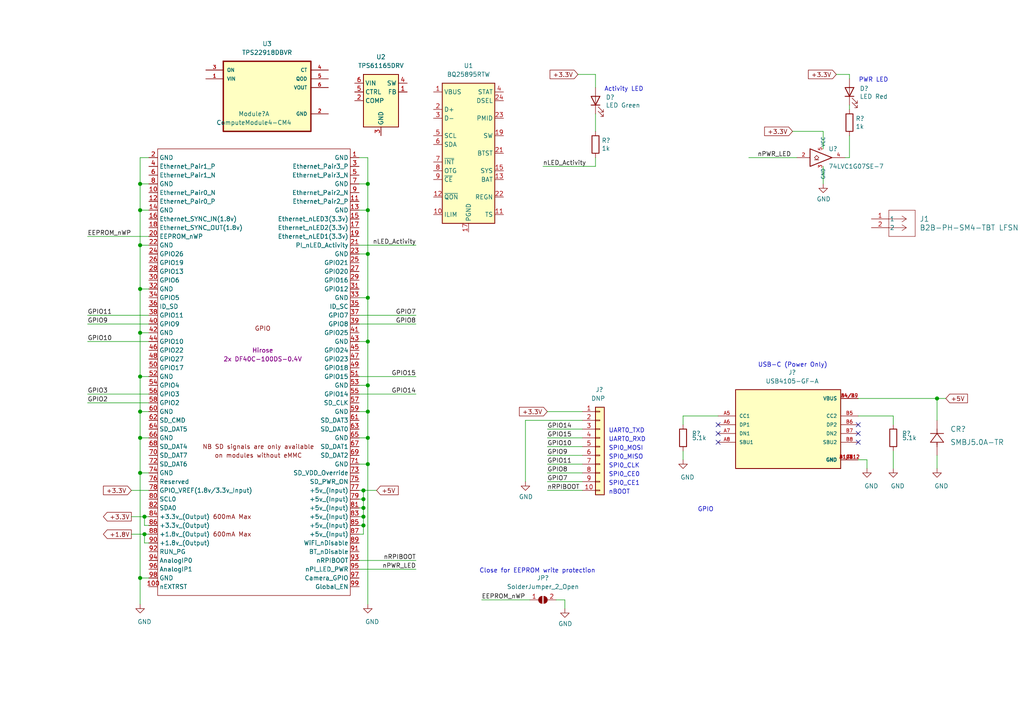
<source format=kicad_sch>
(kicad_sch (version 20250114) (generator "eeschema") (generator_version "9.0")
  (paper "A4")
  (title_block (title "Raspberry Pi Compute Module 4 Demo Carrier") (date "2025-08-18") (rev "v01") (comment 2 "creativecommons.org/licenses/by-sa/4.0") (comment 3 "License: CC BY-SA 4.0") (comment 4 "Author: Nate Frueh"))
  (lib_symbols
    (symbol "2020-11-06_22-01-36:SMBJ5.0A-TR" (pin_numbers (hide yes)) (pin_names (offset -1.651) (hide yes))
      (property "Reference" "CR" (at 5.08 4.445 0))
      (property "Value" "SMBJ5.0A-TR" (at 5.08 -7.62 0))
      (symbol "SMBJ5.0A-TR_1_1"
        (polyline (pts (xy 2.54 0) (xy 3.4798 0)) (stroke (width 0.2032)))
        (polyline (pts (xy 3.175 0) (xy 3.81 0)) (stroke (width 0.2032)))
        (polyline (pts (xy 3.81 1.905) (xy 3.81 -1.905)) (stroke (width 0.2032)))
        (polyline (pts (xy 3.81 -1.905) (xy 6.35 0)) (stroke (width 0.2032)))
        (polyline (pts (xy 6.35 0) (xy 3.81 1.905)) (stroke (width 0.2032)))
        (polyline (pts (xy 6.35 0) (xy 7.62 0)) (stroke (width 0.2032)))
        (polyline (pts (xy 6.35 -1.905) (xy 6.35 1.905)) (stroke (width 0.2032)))
        (pin unspecified line (at 0 0 0) (length 2.54) (name "2") (number "2"))
        (pin unspecified line (at 10.16 0 180) (length 2.54) (name "1") (number "1"))
      )
    )
    (symbol "2025-09-03_03-18-58:B2B-PH-SM4-TBT_LFSN" (pin_names (offset 0.254))
      (property "Reference" "J" (at 8.89 6.35 0))
      (property "Value" "B2B-PH-SM4-TBT LFSN" (at 0 0 0))
      (symbol "B2B-PH-SM4-TBT_LFSN_1_1"
        (polyline (pts (xy 5.08 2.54) (xy 5.08 -5.08)) (stroke (width 0.127)))
        (polyline (pts (xy 5.08 -5.08) (xy 12.7 -5.08)) (stroke (width 0.127)))
        (polyline (pts (xy 10.16 0) (xy 5.08 0)) (stroke (width 0.127)))
        (polyline (pts (xy 10.16 0) (xy 8.89 0.8467)) (stroke (width 0.127)))
        (polyline (pts (xy 10.16 0) (xy 8.89 -0.8467)) (stroke (width 0.127)))
        (polyline (pts (xy 10.16 -2.54) (xy 5.08 -2.54)) (stroke (width 0.127)))
        (polyline (pts (xy 10.16 -2.54) (xy 8.89 -1.6933)) (stroke (width 0.127)))
        (polyline (pts (xy 10.16 -2.54) (xy 8.89 -3.3867)) (stroke (width 0.127)))
        (polyline (pts (xy 12.7 2.54) (xy 5.08 2.54)) (stroke (width 0.127)))
        (polyline (pts (xy 12.7 -5.08) (xy 12.7 2.54)) (stroke (width 0.127)))
        (pin unspecified line (at 0 0 0) (length 5.08) (name "1") (number "1"))
        (pin unspecified line (at 0 -2.54 0) (length 5.08) (name "2") (number "2"))
      )
      (symbol "B2B-PH-SM4-TBT_LFSN_1_2"
        (polyline (pts (xy 5.08 2.54) (xy 5.08 -5.08)) (stroke (width 0.127)))
        (polyline (pts (xy 5.08 -5.08) (xy 12.7 -5.08)) (stroke (width 0.127)))
        (polyline (pts (xy 7.62 0) (xy 5.08 0)) (stroke (width 0.127)))
        (polyline (pts (xy 7.62 0) (xy 8.89 0.8467)) (stroke (width 0.127)))
        (polyline (pts (xy 7.62 0) (xy 8.89 -0.8467)) (stroke (width 0.127)))
        (polyline (pts (xy 7.62 -2.54) (xy 5.08 -2.54)) (stroke (width 0.127)))
        (polyline (pts (xy 7.62 -2.54) (xy 8.89 -1.6933)) (stroke (width 0.127)))
        (polyline (pts (xy 7.62 -2.54) (xy 8.89 -3.3867)) (stroke (width 0.127)))
        (polyline (pts (xy 12.7 2.54) (xy 5.08 2.54)) (stroke (width 0.127)))
        (polyline (pts (xy 12.7 -5.08) (xy 12.7 2.54)) (stroke (width 0.127)))
        (pin unspecified line (at 0 0 0) (length 5.08) (name "1") (number "1"))
        (pin unspecified line (at 0 -2.54 0) (length 5.08) (name "2") (number "2"))
      )
    )
    (symbol "Battery_Management:BQ25895RTW"
      (property "Reference" "U" (at -6.604 21.844 0))
      (property "Value" "BQ25895RTW" (at 3.556 21.844 0))
      (symbol "BQ25895RTW_0_1"
        (rectangle (start -7.62 20.32) (end 7.62 -20.32) (stroke (width 0.254)) (fill (type background)))
      )
      (symbol "BQ25895RTW_1_1"
        (pin power_in line (at -10.16 17.78 0) (length 2.54) (name "VBUS") (number "1"))
        (pin bidirectional line (at -10.16 12.7 0) (length 2.54) (name "D+") (number "2"))
        (pin bidirectional line (at -10.16 10.16 0) (length 2.54) (name "D-") (number "3"))
        (pin input line (at -10.16 5.08 0) (length 2.54) (name "SCL") (number "5"))
        (pin bidirectional line (at -10.16 2.54 0) (length 2.54) (name "SDA") (number "6"))
        (pin open_collector line (at -10.16 -2.54 0) (length 2.54) (name "~{INT}") (number "7"))
        (pin input line (at -10.16 -5.08 0) (length 2.54) (name "OTG") (number "8"))
        (pin input line (at -10.16 -7.62 0) (length 2.54) (name "~{CE}") (number "9"))
        (pin input line (at -10.16 -12.7 0) (length 2.54) (name "~{QON}") (number "12"))
        (pin passive line (at -10.16 -17.78 0) (length 2.54) (name "ILIM") (number "10"))
        (pin power_in line (at 0 -22.86 90) (length 2.54) (name "PGND") (number "17"))
        (pin passive line (at 0 -22.86 90) (length 2.54) (hide yes) (name "PGND") (number "18"))
        (pin passive line (at 0 -22.86 90) (length 2.54) (hide yes) (name "PGND") (number "25"))
        (pin open_collector line (at 10.16 17.78 180) (length 2.54) (name "STAT") (number "4"))
        (pin open_collector line (at 10.16 15.24 180) (length 2.54) (name "DSEL") (number "24"))
        (pin power_out line (at 10.16 10.16 180) (length 2.54) (name "PMID") (number "23"))
        (pin power_out line (at 10.16 5.08 180) (length 2.54) (name "SW") (number "19"))
        (pin passive line (at 10.16 5.08 180) (length 2.54) (hide yes) (name "SW") (number "20"))
        (pin passive line (at 10.16 0 180) (length 2.54) (name "BTST") (number "21"))
        (pin passive line (at 10.16 -5.08 180) (length 2.54) (name "SYS") (number "15"))
        (pin passive line (at 10.16 -5.08 180) (length 2.54) (hide yes) (name "SYS") (number "16"))
        (pin passive line (at 10.16 -7.62 180) (length 2.54) (name "BAT") (number "13"))
        (pin passive line (at 10.16 -7.62 180) (length 2.54) (hide yes) (name "BAT") (number "14"))
        (pin power_out line (at 10.16 -12.7 180) (length 2.54) (name "REGN") (number "22"))
        (pin passive line (at 10.16 -17.78 180) (length 2.54) (name "TS") (number "11"))
      )
    )
    (symbol "CM4IO:74LVC1G07_copy"
      (property "Reference" "U" (at -2.54 3.81 0))
      (property "Value" "74LVC1G07_copy" (at 0 -3.81 0))
      (symbol "74LVC1G07_copy_0_1"
        (polyline (pts (xy -3.81 2.54) (xy -3.81 -2.54) (xy 2.54 0) (xy -3.81 2.54)) (stroke (width 0.254)))
        (polyline (pts (xy -2.54 -0.635) (xy -1.27 -0.635)))
        (polyline (pts (xy -1.905 0.635) (xy -2.54 0) (xy -1.905 -0.635) (xy -1.27 0) (xy -1.905 0.635)))
      )
      (symbol "74LVC1G07_copy_1_1"
        (pin input line (at -7.62 0 0) (length 3.81) (name "~") (number "2"))
        (pin power_in line (at 0 2.54 90) (length 0) (name "VCC") (number "5"))
        (pin power_in line (at 0 -2.54 270) (length 0) (name "GND") (number "3"))
        (pin open_collector line (at 6.35 0 180) (length 3.81) (name "~") (number "4"))
      )
    )
    (symbol "CM4IO:ComputeModule4-CM4"
      (property "Reference" "Module" (at 113.03 -68.58 0))
      (property "Value" "ComputeModule4-CM4" (at 140.97 2.54 0))
      (property "Manufacturer" "Hirose" (at 0 0 0))
      (property "MPN" "2x DF40C-100DS-0.4V" (at 0 -2.54 0))
      (property "MPN (Alt)" "2x DF40HC(3.0)-100DS-0.4V" (at 0 0 0))
      (symbol "ComputeModule4-CM4_1_0"
        (text "GPIO" (at 0 6.35 0) (effects (font (size 1.27 1.27))))
      )
      (symbol "ComputeModule4-CM4_1_1"
        (rectangle (start -30.48 -71.12) (end 25.4 58.42))
        (text "600mA Max" (at -8.89 -48.26 0) (effects (font (size 1.27 1.27))))
        (text "600mA Max" (at -8.89 -53.34 0) (effects (font (size 1.27 1.27))))
        (text "NB SD signals are only available" (at -1.27 -27.94 0) (effects (font (size 1.27 1.27))))
        (text "on modules without eMMC" (at -1.27 -30.48 0) (effects (font (size 1.27 1.27))))
        (pin power_in line (at -33.02 55.88 0) (length 2.54) (name "GND") (number "2"))
        (pin passive line (at -33.02 53.34 0) (length 2.54) (name "Ethernet_Pair1_P") (number "4"))
        (pin passive line (at -33.02 50.8 0) (length 2.54) (name "Ethernet_Pair1_N") (number "6"))
        (pin power_in line (at -33.02 48.26 0) (length 2.54) (name "GND") (number "8"))
        (pin passive line (at -33.02 45.72 0) (length 2.54) (name "Ethernet_Pair0_N") (number "10"))
        (pin passive line (at -33.02 43.18 0) (length 2.54) (name "Ethernet_Pair0_P") (number "12"))
        (pin power_in line (at -33.02 40.64 0) (length 2.54) (name "GND") (number "14"))
        (pin input line (at -33.02 38.1 0) (length 2.54) (name "Ethernet_SYNC_IN(1.8v)") (number "16"))
        (pin input line (at -33.02 35.56 0) (length 2.54) (name "Ethernet_SYNC_OUT(1.8v)") (number "18"))
        (pin passive line (at -33.02 33.02 0) (length 2.54) (name "EEPROM_nWP") (number "20"))
        (pin power_in line (at -33.02 30.48 0) (length 2.54) (name "GND") (number "22"))
        (pin passive line (at -33.02 27.94 0) (length 2.54) (name "GPIO26") (number "24"))
        (pin passive line (at -33.02 25.4 0) (length 2.54) (name "GPIO19") (number "26"))
        (pin passive line (at -33.02 22.86 0) (length 2.54) (name "GPIO13") (number "28"))
        (pin passive line (at -33.02 20.32 0) (length 2.54) (name "GPIO6") (number "30"))
        (pin power_in line (at -33.02 17.78 0) (length 2.54) (name "GND") (number "32"))
        (pin passive line (at -33.02 15.24 0) (length 2.54) (name "GPIO5") (number "34"))
        (pin passive line (at -33.02 12.7 0) (length 2.54) (name "ID_SD") (number "36"))
        (pin passive line (at -33.02 10.16 0) (length 2.54) (name "GPIO11") (number "38"))
        (pin passive line (at -33.02 7.62 0) (length 2.54) (name "GPIO9") (number "40"))
        (pin power_in line (at -33.02 5.08 0) (length 2.54) (name "GND") (number "42"))
        (pin passive line (at -33.02 2.54 0) (length 2.54) (name "GPIO10") (number "44"))
        (pin passive line (at -33.02 0 0) (length 2.54) (name "GPIO22") (number "46"))
        (pin passive line (at -33.02 -2.54 0) (length 2.54) (name "GPIO27") (number "48"))
        (pin passive line (at -33.02 -5.08 0) (length 2.54) (name "GPIO17") (number "50"))
        (pin power_in line (at -33.02 -7.62 0) (length 2.54) (name "GND") (number "52"))
        (pin passive line (at -33.02 -10.16 0) (length 2.54) (name "GPIO4") (number "54"))
        (pin passive line (at -33.02 -12.7 0) (length 2.54) (name "GPIO3") (number "56"))
        (pin passive line (at -33.02 -15.24 0) (length 2.54) (name "GPIO2") (number "58"))
        (pin power_in line (at -33.02 -17.78 0) (length 2.54) (name "GND") (number "60"))
        (pin passive line (at -33.02 -20.32 0) (length 2.54) (name "SD_CMD") (number "62"))
        (pin passive line (at -33.02 -22.86 0) (length 2.54) (name "SD_DAT5") (number "64"))
        (pin power_in line (at -33.02 -25.4 0) (length 2.54) (name "GND") (number "66"))
        (pin passive line (at -33.02 -27.94 0) (length 2.54) (name "SD_DAT4") (number "68"))
        (pin passive line (at -33.02 -30.48 0) (length 2.54) (name "SD_DAT7") (number "70"))
        (pin passive line (at -33.02 -33.02 0) (length 2.54) (name "SD_DAT6") (number "72"))
        (pin power_in line (at -33.02 -35.56 0) (length 2.54) (name "GND") (number "74"))
        (pin passive line (at -33.02 -38.1 0) (length 2.54) (name "Reserved") (number "76"))
        (pin power_in line (at -33.02 -40.64 0) (length 2.54) (name "GPIO_VREF(1.8v/3.3v_Input)") (number "78"))
        (pin passive line (at -33.02 -43.18 0) (length 2.54) (name "SCL0") (number "80"))
        (pin passive line (at -33.02 -45.72 0) (length 2.54) (name "SDA0") (number "82"))
        (pin power_out line (at -33.02 -48.26 0) (length 2.54) (name "+3.3v_(Output)") (number "84"))
        (pin power_out line (at -33.02 -50.8 0) (length 2.54) (name "+3.3v_(Output)") (number "86"))
        (pin power_out line (at -33.02 -53.34 0) (length 2.54) (name "+1.8v_(Output)") (number "88"))
        (pin power_out line (at -33.02 -55.88 0) (length 2.54) (name "+1.8v_(Output)") (number "90"))
        (pin passive line (at -33.02 -58.42 0) (length 2.54) (name "RUN_PG") (number "92"))
        (pin passive line (at -33.02 -60.96 0) (length 2.54) (name "AnalogIP0") (number "94"))
        (pin passive line (at -33.02 -63.5 0) (length 2.54) (name "AnalogIP1") (number "96"))
        (pin power_in line (at -33.02 -66.04 0) (length 2.54) (name "GND") (number "98"))
        (pin output line (at -33.02 -68.58 0) (length 2.54) (name "nEXTRST") (number "100"))
        (pin power_in line (at 27.94 55.88 180) (length 2.54) (name "GND") (number "1"))
        (pin passive line (at 27.94 53.34 180) (length 2.54) (name "Ethernet_Pair3_P") (number "3"))
        (pin passive line (at 27.94 50.8 180) (length 2.54) (name "Ethernet_Pair3_N") (number "5"))
        (pin power_in line (at 27.94 48.26 180) (length 2.54) (name "GND") (number "7"))
        (pin passive line (at 27.94 45.72 180) (length 2.54) (name "Ethernet_Pair2_N") (number "9"))
        (pin passive line (at 27.94 43.18 180) (length 2.54) (name "Ethernet_Pair2_P") (number "11"))
        (pin power_in line (at 27.94 40.64 180) (length 2.54) (name "GND") (number "13"))
        (pin output line (at 27.94 38.1 180) (length 2.54) (name "Ethernet_nLED3(3.3v)") (number "15"))
        (pin output line (at 27.94 35.56 180) (length 2.54) (name "Ethernet_nLED2(3.3v)") (number "17"))
        (pin output line (at 27.94 33.02 180) (length 2.54) (name "Ethernet_nLED1(3.3v)") (number "19"))
        (pin open_collector line (at 27.94 30.48 180) (length 2.54) (name "PI_nLED_Activity") (number "21"))
        (pin power_in line (at 27.94 27.94 180) (length 2.54) (name "GND") (number "23"))
        (pin passive line (at 27.94 25.4 180) (length 2.54) (name "GPIO21") (number "25"))
        (pin passive line (at 27.94 22.86 180) (length 2.54) (name "GPIO20") (number "27"))
        (pin passive line (at 27.94 20.32 180) (length 2.54) (name "GPIO16") (number "29"))
        (pin passive line (at 27.94 17.78 180) (length 2.54) (name "GPIO12") (number "31"))
        (pin power_in line (at 27.94 15.24 180) (length 2.54) (name "GND") (number "33"))
        (pin passive line (at 27.94 12.7 180) (length 2.54) (name "ID_SC") (number "35"))
        (pin passive line (at 27.94 10.16 180) (length 2.54) (name "GPIO7") (number "37"))
        (pin passive line (at 27.94 7.62 180) (length 2.54) (name "GPIO8") (number "39"))
        (pin passive line (at 27.94 5.08 180) (length 2.54) (name "GPIO25") (number "41"))
        (pin power_in line (at 27.94 2.54 180) (length 2.54) (name "GND") (number "43"))
        (pin passive line (at 27.94 0 180) (length 2.54) (name "GPIO24") (number "45"))
        (pin passive line (at 27.94 -2.54 180) (length 2.54) (name "GPIO23") (number "47"))
        (pin passive line (at 27.94 -5.08 180) (length 2.54) (name "GPIO18") (number "49"))
        (pin passive line (at 27.94 -7.62 180) (length 2.54) (name "GPIO15") (number "51"))
        (pin power_in line (at 27.94 -10.16 180) (length 2.54) (name "GND") (number "53"))
        (pin passive line (at 27.94 -12.7 180) (length 2.54) (name "GPIO14") (number "55"))
        (pin passive line (at 27.94 -15.24 180) (length 2.54) (name "SD_CLK") (number "57"))
        (pin power_in line (at 27.94 -17.78 180) (length 2.54) (name "GND") (number "59"))
        (pin passive line (at 27.94 -20.32 180) (length 2.54) (name "SD_DAT3") (number "61"))
        (pin passive line (at 27.94 -22.86 180) (length 2.54) (name "SD_DAT0") (number "63"))
        (pin power_in line (at 27.94 -25.4 180) (length 2.54) (name "GND") (number "65"))
        (pin passive line (at 27.94 -27.94 180) (length 2.54) (name "SD_DAT1") (number "67"))
        (pin passive line (at 27.94 -30.48 180) (length 2.54) (name "SD_DAT2") (number "69"))
        (pin power_in line (at 27.94 -33.02 180) (length 2.54) (name "GND") (number "71"))
        (pin input line (at 27.94 -35.56 180) (length 2.54) (name "SD_VDD_Override") (number "73"))
        (pin output line (at 27.94 -38.1 180) (length 2.54) (name "SD_PWR_ON") (number "75"))
        (pin power_in line (at 27.94 -40.64 180) (length 2.54) (name "+5v_(Input)") (number "77"))
        (pin power_in line (at 27.94 -43.18 180) (length 2.54) (name "+5v_(Input)") (number "79"))
        (pin power_in line (at 27.94 -45.72 180) (length 2.54) (name "+5v_(Input)") (number "81"))
        (pin power_in line (at 27.94 -48.26 180) (length 2.54) (name "+5v_(Input)") (number "83"))
        (pin power_in line (at 27.94 -50.8 180) (length 2.54) (name "+5v_(Input)") (number "85"))
        (pin power_in line (at 27.94 -53.34 180) (length 2.54) (name "+5v_(Input)") (number "87"))
        (pin power_in line (at 27.94 -55.88 180) (length 2.54) (name "WiFi_nDisable") (number "89"))
        (pin power_in line (at 27.94 -58.42 180) (length 2.54) (name "BT_nDisable") (number "91"))
        (pin input line (at 27.94 -60.96 180) (length 2.54) (name "nRPIBOOT") (number "93"))
        (pin output line (at 27.94 -63.5 180) (length 2.54) (name "nPI_LED_PWR") (number "95"))
        (pin passive line (at 27.94 -66.04 180) (length 2.54) (name "Camera_GPIO") (number "97"))
        (pin input line (at 27.94 -68.58 180) (length 2.54) (name "Global_EN") (number "99"))
      )
      (symbol "ComputeModule4-CM4_2_1"
        (rectangle (start 114.3 -66.04) (end 165.1 63.5))
        (text "High Speed Serial" (at 140.97 0 0) (effects (font (size 1.27 1.27))))
        (pin input line (at 109.22 60.96 0) (length 5.08) (name "PCIe_CLK_nREQ") (number "102"))
        (pin passive line (at 109.22 58.42 0) (length 5.08) (name "Reserved") (number "104"))
        (pin passive line (at 109.22 55.88 0) (length 5.08) (name "Reserved") (number "106"))
        (pin power_in line (at 109.22 53.34 0) (length 5.08) (name "GND") (number "108"))
        (pin output line (at 109.22 50.8 0) (length 5.08) (name "PCIe_CLK_P") (number "110"))
        (pin output line (at 109.22 48.26 0) (length 5.08) (name "PCIe_CLK_N") (number "112"))
        (pin power_in line (at 109.22 45.72 0) (length 5.08) (name "GND") (number "114"))
        (pin input line (at 109.22 43.18 0) (length 5.08) (name "PCIe_RX_P") (number "116"))
        (pin input line (at 109.22 40.64 0) (length 5.08) (name "PCIe_RX_N") (number "118"))
        (pin power_in line (at 109.22 38.1 0) (length 5.08) (name "GND") (number "120"))
        (pin output line (at 109.22 35.56 0) (length 5.08) (name "PCIe_TX_P") (number "122"))
        (pin output line (at 109.22 33.02 0) (length 5.08) (name "PCIe_TX_N") (number "124"))
        (pin power_in line (at 109.22 30.48 0) (length 5.08) (name "GND") (number "126"))
        (pin input line (at 109.22 27.94 0) (length 5.08) (name "CAM0_D0_N") (number "128"))
        (pin input line (at 109.22 25.4 0) (length 5.08) (name "CAM0_D0_P") (number "130"))
        (pin power_in line (at 109.22 22.86 0) (length 5.08) (name "GND") (number "132"))
        (pin input line (at 109.22 20.32 0) (length 5.08) (name "CAM0_D1_N") (number "134"))
        (pin input line (at 109.22 17.78 0) (length 5.08) (name "CAM0_D1_P") (number "136"))
        (pin power_in line (at 109.22 15.24 0) (length 5.08) (name "GND") (number "138"))
        (pin input line (at 109.22 12.7 0) (length 5.08) (name "CAM0_C_N") (number "140"))
        (pin input line (at 109.22 10.16 0) (length 5.08) (name "CAM0_C_P") (number "142"))
        (pin power_in line (at 109.22 7.62 0) (length 5.08) (name "GND") (number "144"))
        (pin output line (at 109.22 5.08 0) (length 5.08) (name "HDMI1_TX2_P") (number "146"))
        (pin output line (at 109.22 2.54 0) (length 5.08) (name "HDMI1_TX2_N") (number "148"))
        (pin power_in line (at 109.22 0 0) (length 5.08) (name "GND") (number "150"))
        (pin output line (at 109.22 -2.54 0) (length 5.08) (name "HDMI1_TX1_P") (number "152"))
        (pin output line (at 109.22 -5.08 0) (length 5.08) (name "HDMI1_TX1_N") (number "154"))
        (pin power_in line (at 109.22 -7.62 0) (length 5.08) (name "GND") (number "156"))
        (pin output line (at 109.22 -10.16 0) (length 5.08) (name "HDMI1_TX0_P") (number "158"))
        (pin output line (at 109.22 -12.7 0) (length 5.08) (name "HDMI1_TX0_N") (number "160"))
        (pin power_in line (at 109.22 -15.24 0) (length 5.08) (name "GND") (number "162"))
        (pin output line (at 109.22 -17.78 0) (length 5.08) (name "HDMI1_CLK_P") (number "164"))
        (pin output line (at 109.22 -20.32 0) (length 5.08) (name "HDMI1_CLK_N") (number "166"))
        (pin power_in line (at 109.22 -22.86 0) (length 5.08) (name "GND") (number "168"))
        (pin output line (at 109.22 -25.4 0) (length 5.08) (name "HDMI0_TX2_P") (number "170"))
        (pin output line (at 109.22 -27.94 0) (length 5.08) (name "HDMI0_TX2_N") (number "172"))
        (pin power_in line (at 109.22 -30.48 0) (length 5.08) (name "GND") (number "174"))
        (pin output line (at 109.22 -33.02 0) (length 5.08) (name "HDMI0_TX1_P") (number "176"))
        (pin output line (at 109.22 -35.56 0) (length 5.08) (name "HDMI0_TX1_N") (number "178"))
        (pin power_in line (at 109.22 -38.1 0) (length 5.08) (name "GND") (number "180"))
        (pin output line (at 109.22 -40.64 0) (length 5.08) (name "HDMI0_TX0_P") (number "182"))
        (pin output line (at 109.22 -43.18 0) (length 5.08) (name "HDMI0_TX0_N") (number "184"))
        (pin power_in line (at 109.22 -45.72 0) (length 5.08) (name "GND") (number "186"))
        (pin output line (at 109.22 -48.26 0) (length 5.08) (name "HDMI0_CLK_P") (number "188"))
        (pin output line (at 109.22 -50.8 0) (length 5.08) (name "HDMI0_CLK_N") (number "190"))
        (pin power_in line (at 109.22 -53.34 0) (length 5.08) (name "GND") (number "192"))
        (pin output line (at 109.22 -55.88 0) (length 5.08) (name "DSI1_D3_N") (number "194"))
        (pin output line (at 109.22 -58.42 0) (length 5.08) (name "DSI1_D3_P") (number "196"))
        (pin power_in line (at 109.22 -60.96 0) (length 5.08) (name "GND") (number "198"))
        (pin open_collector line (at 109.22 -63.5 0) (length 5.08) (name "HDMI0_SCL") (number "200"))
        (pin input line (at 170.18 60.96 180) (length 5.08) (name "USB_OTG_ID") (number "101"))
        (pin passive line (at 170.18 58.42 180) (length 5.08) (name "USB2_N") (number "103"))
        (pin passive line (at 170.18 55.88 180) (length 5.08) (name "USB2_P") (number "105"))
        (pin power_in line (at 170.18 53.34 180) (length 5.08) (name "GND") (number "107"))
        (pin bidirectional line (at 170.18 50.8 180) (length 5.08) (name "PCIe_nRST") (number "109"))
        (pin passive line (at 170.18 48.26 180) (length 5.08) (name "VDAC_COMP") (number "111"))
        (pin power_in line (at 170.18 45.72 180) (length 5.08) (name "GND") (number "113"))
        (pin input line (at 170.18 43.18 180) (length 5.08) (name "CAM1_D0_N") (number "115"))
        (pin input line (at 170.18 40.64 180) (length 5.08) (name "CAM1_D0_P") (number "117"))
        (pin power_in line (at 170.18 38.1 180) (length 5.08) (name "GND") (number "119"))
        (pin input line (at 170.18 35.56 180) (length 5.08) (name "CAM1_D1_N") (number "121"))
        (pin input line (at 170.18 33.02 180) (length 5.08) (name "CAM1_D1_P") (number "123"))
        (pin power_in line (at 170.18 30.48 180) (length 5.08) (name "GND") (number "125"))
        (pin input line (at 170.18 27.94 180) (length 5.08) (name "CAM1_C_N") (number "127"))
        (pin input line (at 170.18 25.4 180) (length 5.08) (name "CAM1_C_P") (number "129"))
        (pin power_in line (at 170.18 22.86 180) (length 5.08) (name "GND") (number "131"))
        (pin input line (at 170.18 20.32 180) (length 5.08) (name "CAM1_D2_N") (number "133"))
        (pin input line (at 170.18 17.78 180) (length 5.08) (name "CAM1_D2_P") (number "135"))
        (pin power_in line (at 170.18 15.24 180) (length 5.08) (name "GND") (number "137"))
        (pin input line (at 170.18 12.7 180) (length 5.08) (name "CAM1_D3_N") (number "139"))
        (pin input line (at 170.18 10.16 180) (length 5.08) (name "CAM1_D3_P") (number "141"))
        (pin input line (at 170.18 7.62 180) (length 5.08) (name "HDMI1_HOTPLUG") (number "143"))
        (pin bidirectional line (at 170.18 5.08 180) (length 5.08) (name "HDMI1_SDA") (number "145"))
        (pin open_collector line (at 170.18 2.54 180) (length 5.08) (name "HDMI1_SCL") (number "147"))
        (pin open_collector line (at 170.18 0 180) (length 5.08) (name "HDMI1_CEC") (number "149"))
        (pin open_collector line (at 170.18 -2.54 180) (length 5.08) (name "HDMI0_CEC") (number "151"))
        (pin input line (at 170.18 -5.08 180) (length 5.08) (name "HDMI0_HOTPLUG") (number "153"))
        (pin power_in line (at 170.18 -7.62 180) (length 5.08) (name "GND") (number "155"))
        (pin output line (at 170.18 -10.16 180) (length 5.08) (name "DSI0_D0_N") (number "157"))
        (pin output line (at 170.18 -12.7 180) (length 5.08) (name "DSI0_D0_P") (number "159"))
        (pin power_in line (at 170.18 -15.24 180) (length 5.08) (name "GND") (number "161"))
        (pin output line (at 170.18 -17.78 180) (length 5.08) (name "DSI0_D1_N") (number "163"))
        (pin output line (at 170.18 -20.32 180) (length 5.08) (name "DSI0_D1_P") (number "165"))
        (pin power_in line (at 170.18 -22.86 180) (length 5.08) (name "GND") (number "167"))
        (pin output line (at 170.18 -25.4 180) (length 5.08) (name "DSI0_C_N") (number "169"))
        (pin output line (at 170.18 -27.94 180) (length 5.08) (name "DSI0_C_P") (number "171"))
        (pin power_in line (at 170.18 -30.48 180) (length 5.08) (name "GND") (number "173"))
        (pin output line (at 170.18 -33.02 180) (length 5.08) (name "DSI1_D0_N") (number "175"))
        (pin output line (at 170.18 -35.56 180) (length 5.08) (name "DSI1_D0_P") (number "177"))
        (pin power_in line (at 170.18 -38.1 180) (length 5.08) (name "GND") (number "179"))
        (pin output line (at 170.18 -40.64 180) (length 5.08) (name "DSI1_D1_N") (number "181"))
        (pin output line (at 170.18 -43.18 180) (length 5.08) (name "DSI1_D1_P") (number "183"))
        (pin power_in line (at 170.18 -45.72 180) (length 5.08) (name "GND") (number "185"))
        (pin output line (at 170.18 -48.26 180) (length 5.08) (name "DSI1_C_N") (number "187"))
        (pin output line (at 170.18 -50.8 180) (length 5.08) (name "DSI1_C_P") (number "189"))
        (pin power_in line (at 170.18 -53.34 180) (length 5.08) (name "GND") (number "191"))
        (pin output line (at 170.18 -55.88 180) (length 5.08) (name "DSI1_D2_N") (number "193"))
        (pin output line (at 170.18 -58.42 180) (length 5.08) (name "DSI1_D2_P") (number "195"))
        (pin power_in line (at 170.18 -60.96 180) (length 5.08) (name "GND") (number "197"))
        (pin bidirectional line (at 170.18 -63.5 180) (length 5.08) (name "HDMI0_SDA") (number "199"))
      )
    )
    (symbol "Connector_Generic:Conn_01x10" (pin_names (offset 1.016) (hide yes))
      (property "Reference" "J" (at 0 12.7 0))
      (property "Value" "Conn_01x10" (at 0 -15.24 0))
      (symbol "Conn_01x10_1_1"
        (rectangle (start -1.27 11.43) (end 1.27 -13.97) (stroke (width 0.254)) (fill (type background)))
        (rectangle (start -1.27 10.287) (end 0 10.033) (stroke (width 0.1524)))
        (rectangle (start -1.27 7.747) (end 0 7.493) (stroke (width 0.1524)))
        (rectangle (start -1.27 5.207) (end 0 4.953) (stroke (width 0.1524)))
        (rectangle (start -1.27 2.667) (end 0 2.413) (stroke (width 0.1524)))
        (rectangle (start -1.27 0.127) (end 0 -0.127) (stroke (width 0.1524)))
        (rectangle (start -1.27 -2.413) (end 0 -2.667) (stroke (width 0.1524)))
        (rectangle (start -1.27 -4.953) (end 0 -5.207) (stroke (width 0.1524)))
        (rectangle (start -1.27 -7.493) (end 0 -7.747) (stroke (width 0.1524)))
        (rectangle (start -1.27 -10.033) (end 0 -10.287) (stroke (width 0.1524)))
        (rectangle (start -1.27 -12.573) (end 0 -12.827) (stroke (width 0.1524)))
        (pin passive line (at -5.08 10.16 0) (length 3.81) (name "Pin_1") (number "1"))
        (pin passive line (at -5.08 7.62 0) (length 3.81) (name "Pin_2") (number "2"))
        (pin passive line (at -5.08 5.08 0) (length 3.81) (name "Pin_3") (number "3"))
        (pin passive line (at -5.08 2.54 0) (length 3.81) (name "Pin_4") (number "4"))
        (pin passive line (at -5.08 0 0) (length 3.81) (name "Pin_5") (number "5"))
        (pin passive line (at -5.08 -2.54 0) (length 3.81) (name "Pin_6") (number "6"))
        (pin passive line (at -5.08 -5.08 0) (length 3.81) (name "Pin_7") (number "7"))
        (pin passive line (at -5.08 -7.62 0) (length 3.81) (name "Pin_8") (number "8"))
        (pin passive line (at -5.08 -10.16 0) (length 3.81) (name "Pin_9") (number "9"))
        (pin passive line (at -5.08 -12.7 0) (length 3.81) (name "Pin_10") (number "10"))
      )
    )
    (symbol "Device:LED" (pin_numbers (hide yes)) (pin_names (offset 1.016) (hide yes))
      (property "Reference" "D" (at 0 2.54 0))
      (property "Value" "LED" (at 0 -2.54 0))
      (symbol "LED_0_1"
        (polyline (pts (xy -3.048 -0.762) (xy -4.572 -2.286) (xy -3.81 -2.286) (xy -4.572 -2.286) (xy -4.572 -1.524)))
        (polyline (pts (xy -1.778 -0.762) (xy -3.302 -2.286) (xy -2.54 -2.286) (xy -3.302 -2.286) (xy -3.302 -1.524)))
        (polyline (pts (xy -1.27 0) (xy 1.27 0)))
        (polyline (pts (xy -1.27 -1.27) (xy -1.27 1.27)) (stroke (width 0.254)))
        (polyline (pts (xy 1.27 -1.27) (xy 1.27 1.27) (xy -1.27 0) (xy 1.27 -1.27)) (stroke (width 0.254)))
      )
      (symbol "LED_1_1"
        (pin passive line (at -3.81 0 0) (length 2.54) (name "K") (number "1"))
        (pin passive line (at 3.81 0 180) (length 2.54) (name "A") (number "2"))
      )
    )
    (symbol "Device:R" (pin_numbers (hide yes)) (pin_names (offset 0))
      (property "Reference" "R" (at 2.032 0 90))
      (property "Value" "R" (at 0 0 90))
      (symbol "R_0_1"
        (rectangle (start -1.016 -2.54) (end 1.016 2.54) (stroke (width 0.254)))
      )
      (symbol "R_1_1"
        (pin passive line (at 0 3.81 270) (length 1.27) (name "~") (number "1"))
        (pin passive line (at 0 -3.81 90) (length 1.27) (name "~") (number "2"))
      )
    )
    (symbol "Driver_LED:TPS61165DRV"
      (property "Reference" "U" (at 0 11.43 0))
      (property "Value" "TPS61165DRV" (at 0 8.89 0))
      (symbol "TPS61165DRV_1_1"
        (rectangle (start -5.08 7.62) (end 5.08 -7.62) (stroke (width 0.254)) (fill (type background)))
        (pin power_in line (at -7.62 5.08 0) (length 2.54) (name "VIN") (number "6"))
        (pin input line (at -7.62 2.54 0) (length 2.54) (name "CTRL") (number "5"))
        (pin output line (at -7.62 0 0) (length 2.54) (name "COMP") (number "2"))
        (pin power_in line (at 0 -10.16 90) (length 2.54) (name "GND") (number "3"))
        (pin passive line (at 0 -10.16 90) (length 2.54) (hide yes) (name "GND") (number "7"))
        (pin power_out line (at 7.62 5.08 180) (length 2.54) (name "SW") (number "4"))
        (pin input line (at 7.62 2.54 180) (length 2.54) (name "FB") (number "1"))
      )
    )
    (symbol "Jumper:SolderJumper_2_Open" (pin_names (offset 0) (hide yes))
      (property "Reference" "JP" (at 0 2.032 0))
      (property "Value" "SolderJumper_2_Open" (at 0 -2.54 0))
      (symbol "SolderJumper_2_Open_0_1"
        (polyline (pts (xy -0.254 1.016) (xy -0.254 -1.016)))
        (arc (start -0.254 -1.016) (mid -1.27 0) (end -0.254 1.016))
        (arc (start -0.254 -1.016) (mid -1.27 0) (end -0.254 1.016) (fill (type outline)))
        (polyline (pts (xy 0.254 1.016) (xy 0.254 -1.016)))
        (arc (start 0.254 1.016) (mid 1.27 0) (end 0.254 -1.016))
        (arc (start 0.254 1.016) (mid 1.27 0) (end 0.254 -1.016) (fill (type outline)))
      )
      (symbol "SolderJumper_2_Open_1_1"
        (pin passive line (at -3.81 0 0) (length 2.54) (name "A") (number "1"))
        (pin passive line (at 3.81 0 180) (length 2.54) (name "B") (number "2"))
      )
    )
    (symbol "TPS22918DBVR:TPS22918DBVR" (pin_names (offset 1.016))
      (property "Reference" "U" (at -12.7 11.16 0))
      (property "Value" "TPS22918DBVR" (at -12.7 -14.16 0))
      (symbol "TPS22918DBVR_0_0"
        (rectangle (start -12.7 -10.16) (end 12.7 10.16) (stroke (width 0.41)) (fill (type background)))
        (pin input line (at -17.78 7.62 0) (length 5.08) (name "ON") (number "3"))
        (pin input line (at -17.78 5.08 0) (length 5.08) (name "VIN") (number "1"))
        (pin output line (at 17.78 7.62 180) (length 5.08) (name "CT") (number "4"))
        (pin output line (at 17.78 5.08 180) (length 5.08) (name "QOD") (number "5"))
        (pin output line (at 17.78 2.54 180) (length 5.08) (name "VOUT") (number "6"))
        (pin power_in line (at 17.78 -5.08 180) (length 5.08) (name "GND") (number "2"))
      )
    )
    (symbol "USB4105-GF-A:USB4105-GF-A" (pin_names (offset 1.016))
      (property "Reference" "J" (at -15.24 13.97 0))
      (property "Value" "USB4105-GF-A" (at -15.24 -12.7 0))
      (symbol "USB4105-GF-A_0_0"
        (rectangle (start -15.24 -10.16) (end 15.24 12.7) (stroke (width 0.254)) (fill (type background)))
        (pin bidirectional line (at -20.32 5.08 0) (length 5.08) (name "CC1") (number "A5"))
        (pin bidirectional line (at -20.32 2.54 0) (length 5.08) (name "DP1") (number "A6"))
        (pin bidirectional line (at -20.32 0 0) (length 5.08) (name "DN1") (number "A7"))
        (pin bidirectional line (at -20.32 -2.54 0) (length 5.08) (name "SBU1") (number "A8"))
        (pin power_in line (at 20.32 10.16 180) (length 5.08) (name "VBUS") (number "A4/B9"))
        (pin power_in line (at 20.32 10.16 180) (length 5.08) (name "VBUS") (number "B4/A9"))
        (pin bidirectional line (at 20.32 5.08 180) (length 5.08) (name "CC2") (number "B5"))
        (pin bidirectional line (at 20.32 2.54 180) (length 5.08) (name "DP2") (number "B6"))
        (pin bidirectional line (at 20.32 0 180) (length 5.08) (name "DN2") (number "B7"))
        (pin bidirectional line (at 20.32 -2.54 180) (length 5.08) (name "SBU2") (number "B8"))
        (pin power_in line (at 20.32 -7.62 180) (length 5.08) (name "GND") (number "A1/B12"))
        (pin power_in line (at 20.32 -7.62 180) (length 5.08) (name "GND") (number "B1/A12"))
        (pin power_in line (at 20.32 -7.62 180) (length 5.08) (name "GND") (number "G1"))
        (pin power_in line (at 20.32 -7.62 180) (length 5.08) (name "GND") (number "G2"))
        (pin power_in line (at 20.32 -7.62 180) (length 5.08) (name "GND") (number "G3"))
        (pin power_in line (at 20.32 -7.62 180) (length 5.08) (name "GND") (number "G4"))
      )
    )
    (symbol "power:GND" (power) (pin_names (offset 0))
      (property "Value" "GND" (at 0 -3.81 0))
      (symbol "GND_0_1"
        (polyline (pts (xy 0 0) (xy 0 -1.27) (xy 1.27 -1.27) (xy 0 -2.54) (xy -1.27 -1.27) (xy 0 -1.27)))
      )
      (symbol "GND_1_1"
        (pin power_in line (at 0 0 270) (length 0) (hide yes) (name "GND") (number "1"))
      )
    )
  )
  (text "SPI0_CE1" (at 176.53 140.97 0) (effects (font (size 1.27 1.27)) (justify left bottom)))
  (text "PWR LED" (at 249.047 24.003 0) (effects (font (size 1.27 1.27)) (justify left bottom)))
  (text "Close for EEPROM write protection" (at 172.72 166.37 0) (effects (font (size 1.27 1.27)) (justify right bottom)))
  (text "UART0_RXD" (at 176.53 128.27 0) (effects (font (size 1.27 1.27)) (justify left bottom)))
  (text "Activity LED" (at 175.26 26.67 0) (effects (font (size 1.27 1.27)) (justify left bottom)))
  (text "SPI0_MOSI" (at 176.53 130.81 0) (effects (font (size 1.27 1.27)) (justify left bottom)))
  (text "USB-C (Power Only)" (at 240.03 106.68 0) (effects (font (size 1.27 1.27)) (justify right bottom)))
  (text "UART0_TXD" (at 176.53 125.73 0) (effects (font (size 1.27 1.27)) (justify left bottom)))
  (text "SPI0_CE0" (at 176.53 138.43 0) (effects (font (size 1.27 1.27)) (justify left bottom)))
  (text "GPIO" (at 207.01 148.59 0) (effects (font (size 1.27 1.27)) (justify right bottom)))
  (text "SPI0_MISO" (at 176.53 133.35 0) (effects (font (size 1.27 1.27)) (justify left bottom)))
  (text "SPI0_CLK" (at 176.53 135.89 0) (effects (font (size 1.27 1.27)) (justify left bottom)))
  (text "nBOOT" (at 176.53 143.51 0) (effects (font (size 1.27 1.27)) (justify left bottom)))
  (junction (at 40.64 96.52) (diameter 1.016))
  (junction (at 106.68 99.06) (diameter 1.016))
  (junction (at 106.68 127) (diameter 1.016))
  (junction (at 106.68 73.66) (diameter 1.016))
  (junction (at 106.68 60.96) (diameter 1.016))
  (junction (at 41.91 149.86) (diameter 1.016))
  (junction (at 106.68 134.62) (diameter 1.016))
  (junction (at 106.68 53.34) (diameter 1.016))
  (junction (at 105.41 142.24) (diameter 1.016))
  (junction (at 271.78 115.57) (diameter 1.016))
  (junction (at 40.64 127) (diameter 1.016))
  (junction (at 40.64 119.38) (diameter 1.016))
  (junction (at 40.64 60.96) (diameter 1.016))
  (junction (at 41.91 154.94) (diameter 1.016))
  (junction (at 40.64 137.16) (diameter 1.016))
  (junction (at 40.64 167.64) (diameter 1.016))
  (junction (at 105.41 152.4) (diameter 1.016))
  (junction (at 40.64 109.22) (diameter 1.016))
  (junction (at 106.68 119.38) (diameter 1.016))
  (junction (at 106.68 86.36) (diameter 1.016))
  (junction (at 105.41 144.78) (diameter 1.016))
  (junction (at 105.41 149.86) (diameter 1.016))
  (junction (at 106.68 111.76) (diameter 1.016))
  (junction (at 40.64 71.12) (diameter 1.016))
  (junction (at 105.41 147.32) (diameter 1.016))
  (junction (at 40.64 83.82) (diameter 1.016))
  (junction (at 40.64 53.34) (diameter 1.016))
  (no_connect (at 208.28 128.27))
  (no_connect (at 248.92 123.19))
  (no_connect (at 208.28 125.73))
  (no_connect (at 248.92 125.73))
  (no_connect (at 208.28 123.19))
  (no_connect (at 248.92 128.27))
  (wire (pts (xy 40.64 53.34) (xy 43.18 53.34)))
  (wire (pts (xy 106.68 45.72) (xy 106.68 53.34)))
  (wire (pts (xy 43.18 157.48) (xy 41.91 157.48)))
  (wire (pts (xy 25.4 68.58) (xy 43.18 68.58)))
  (wire (pts (xy 40.64 109.22) (xy 40.64 119.38)))
  (wire (pts (xy 40.64 45.72) (xy 40.64 53.34)))
  (wire (pts (xy 152.4 121.92) (xy 152.4 139.7)))
  (wire (pts (xy 25.4 99.06) (xy 43.18 99.06)))
  (wire (pts (xy 40.64 53.34) (xy 40.64 60.96)))
  (wire (pts (xy 104.14 71.12) (xy 120.65 71.12)))
  (wire (pts (xy 238.76 38.1) (xy 229.87 38.1)))
  (wire (pts (xy 40.64 96.52) (xy 40.64 109.22)))
  (wire (pts (xy 25.4 116.84) (xy 43.18 116.84)))
  (wire (pts (xy 158.75 124.46) (xy 168.91 124.46)))
  (wire (pts (xy 172.72 25.4) (xy 172.72 21.59)))
  (wire (pts (xy 104.14 109.22) (xy 120.65 109.22)))
  (wire (pts (xy 104.14 91.44) (xy 120.65 91.44)))
  (wire (pts (xy 106.68 99.06) (xy 106.68 111.76)))
  (wire (pts (xy 104.14 149.86) (xy 105.41 149.86)))
  (wire (pts (xy 106.68 53.34) (xy 106.68 60.96)))
  (wire (pts (xy 104.14 114.3) (xy 120.65 114.3)))
  (wire (pts (xy 38.1 149.86) (xy 41.91 149.86)))
  (wire (pts (xy 248.92 133.35) (xy 251.46 133.35)))
  (wire (pts (xy 106.68 73.66) (xy 106.68 86.36)))
  (wire (pts (xy 104.14 154.94) (xy 105.41 154.94)))
  (wire (pts (xy 105.41 154.94) (xy 105.41 152.4)))
  (wire (pts (xy 104.14 53.34) (xy 106.68 53.34)))
  (wire (pts (xy 43.18 45.72) (xy 40.64 45.72)))
  (wire (pts (xy 104.14 60.96) (xy 106.68 60.96)))
  (wire (pts (xy 198.12 120.65) (xy 198.12 123.19)))
  (wire (pts (xy 246.38 30.48) (xy 246.38 31.75)))
  (wire (pts (xy 25.4 93.98) (xy 43.18 93.98)))
  (wire (pts (xy 43.18 152.4) (xy 41.91 152.4)))
  (wire (pts (xy 104.14 73.66) (xy 106.68 73.66)))
  (wire (pts (xy 248.92 120.65) (xy 259.08 120.65)))
  (wire (pts (xy 40.64 96.52) (xy 43.18 96.52)))
  (wire (pts (xy 40.64 167.64) (xy 43.18 167.64)))
  (wire (pts (xy 158.75 137.16) (xy 168.91 137.16)))
  (wire (pts (xy 104.14 147.32) (xy 105.41 147.32)))
  (wire (pts (xy 40.64 60.96) (xy 40.64 71.12)))
  (wire (pts (xy 104.14 134.62) (xy 106.68 134.62)))
  (wire (pts (xy 38.1 154.94) (xy 41.91 154.94)))
  (wire (pts (xy 40.64 71.12) (xy 40.64 83.82)))
  (wire (pts (xy 158.75 142.24) (xy 168.91 142.24)))
  (wire (pts (xy 40.64 137.16) (xy 40.64 167.64)))
  (wire (pts (xy 271.78 132.08) (xy 271.78 135.89)))
  (wire (pts (xy 158.75 134.62) (xy 168.91 134.62)))
  (wire (pts (xy 106.68 111.76) (xy 106.68 119.38)))
  (wire (pts (xy 104.14 45.72) (xy 106.68 45.72)))
  (wire (pts (xy 246.38 22.86) (xy 246.38 21.59)))
  (wire (pts (xy 246.38 39.37) (xy 246.38 45.72)))
  (wire (pts (xy 40.64 119.38) (xy 43.18 119.38)))
  (wire (pts (xy 40.64 83.82) (xy 40.64 96.52)))
  (wire (pts (xy 105.41 152.4) (xy 105.41 149.86)))
  (wire (pts (xy 198.12 130.81) (xy 198.12 133.35)))
  (wire (pts (xy 106.68 86.36) (xy 106.68 99.06)))
  (wire (pts (xy 106.68 127) (xy 106.68 134.62)))
  (wire (pts (xy 172.72 48.26) (xy 172.72 45.72)))
  (wire (pts (xy 104.14 127) (xy 106.68 127)))
  (wire (pts (xy 40.64 109.22) (xy 43.18 109.22)))
  (wire (pts (xy 158.75 119.38) (xy 168.91 119.38)))
  (wire (pts (xy 238.76 43.18) (xy 238.76 38.1)))
  (wire (pts (xy 251.46 133.35) (xy 251.46 135.89)))
  (wire (pts (xy 105.41 149.86) (xy 105.41 147.32)))
  (wire (pts (xy 41.91 154.94) (xy 43.18 154.94)))
  (wire (pts (xy 259.08 130.81) (xy 259.08 135.89)))
  (wire (pts (xy 40.64 127) (xy 40.64 137.16)))
  (wire (pts (xy 40.64 137.16) (xy 43.18 137.16)))
  (wire (pts (xy 158.75 132.08) (xy 168.91 132.08)))
  (wire (pts (xy 41.91 152.4) (xy 41.91 149.86)))
  (wire (pts (xy 40.64 119.38) (xy 40.64 127)))
  (wire (pts (xy 246.38 45.72) (xy 245.11 45.72)))
  (wire (pts (xy 161.29 173.99) (xy 163.83 173.99)))
  (wire (pts (xy 40.64 60.96) (xy 43.18 60.96)))
  (wire (pts (xy 248.92 115.57) (xy 271.78 115.57)))
  (wire (pts (xy 104.14 119.38) (xy 106.68 119.38)))
  (wire (pts (xy 40.64 83.82) (xy 43.18 83.82)))
  (wire (pts (xy 167.64 21.59) (xy 172.72 21.59)))
  (wire (pts (xy 157.48 48.26) (xy 172.72 48.26)))
  (wire (pts (xy 40.64 167.64) (xy 40.64 175.26)))
  (wire (pts (xy 158.75 129.54) (xy 168.91 129.54)))
  (wire (pts (xy 40.64 71.12) (xy 43.18 71.12)))
  (wire (pts (xy 25.4 91.44) (xy 43.18 91.44)))
  (wire (pts (xy 41.91 149.86) (xy 43.18 149.86)))
  (wire (pts (xy 172.72 33.02) (xy 172.72 38.1)))
  (wire (pts (xy 271.78 115.57) (xy 271.78 121.92)))
  (wire (pts (xy 104.14 165.1) (xy 120.65 165.1)))
  (wire (pts (xy 259.08 120.65) (xy 259.08 123.19)))
  (wire (pts (xy 106.68 60.96) (xy 106.68 73.66)))
  (wire (pts (xy 246.38 21.59) (xy 242.57 21.59)))
  (wire (pts (xy 208.28 120.65) (xy 198.12 120.65)))
  (wire (pts (xy 104.14 93.98) (xy 120.65 93.98)))
  (wire (pts (xy 41.91 157.48) (xy 41.91 154.94)))
  (wire (pts (xy 158.75 127) (xy 168.91 127)))
  (wire (pts (xy 105.41 142.24) (xy 109.22 142.24)))
  (wire (pts (xy 104.14 86.36) (xy 106.68 86.36)))
  (wire (pts (xy 104.14 162.56) (xy 120.65 162.56)))
  (wire (pts (xy 158.75 139.7) (xy 168.91 139.7)))
  (wire (pts (xy 105.41 147.32) (xy 105.41 144.78)))
  (wire (pts (xy 139.7 173.99) (xy 153.67 173.99)))
  (wire (pts (xy 25.4 114.3) (xy 43.18 114.3)))
  (wire (pts (xy 104.14 144.78) (xy 105.41 144.78)))
  (wire (pts (xy 217.17 45.72) (xy 231.14 45.72)))
  (wire (pts (xy 104.14 99.06) (xy 106.68 99.06)))
  (wire (pts (xy 152.4 121.92) (xy 168.91 121.92)))
  (wire (pts (xy 271.78 115.57) (xy 274.32 115.57)))
  (wire (pts (xy 238.76 48.26) (xy 238.76 53.34)))
  (wire (pts (xy 163.83 173.99) (xy 163.83 176.53)))
  (wire (pts (xy 38.1 142.24) (xy 43.18 142.24)))
  (wire (pts (xy 104.14 111.76) (xy 106.68 111.76)))
  (wire (pts (xy 105.41 144.78) (xy 105.41 142.24)))
  (wire (pts (xy 106.68 134.62) (xy 106.68 175.26)))
  (wire (pts (xy 40.64 127) (xy 43.18 127)))
  (wire (pts (xy 104.14 152.4) (xy 105.41 152.4)))
  (wire (pts (xy 106.68 119.38) (xy 106.68 127)))
  (wire (pts (xy 104.14 142.24) (xy 105.41 142.24)))
  (label "GPIO8" (at 120.65 93.98 180))
  (label "GPIO9" (at 25.4 93.98 0))
  (label "GPIO10" (at 25.4 99.06 0))
  (label "GPIO15" (at 120.65 109.22 180))
  (label "GPIO15" (at 158.75 127 0))
  (label "GPIO8" (at 158.75 137.16 0))
  (label "nRPIBOOT" (at 120.65 162.56 180))
  (label "GPIO2" (at 25.4 116.84 0))
  (label "GPIO11" (at 158.75 134.62 0))
  (label "GPIO14" (at 158.75 124.46 0))
  (label "nLED_Activity" (at 157.48 48.26 0))
  (label "GPIO11" (at 25.4 91.44 0))
  (label "EEPROM_nWP" (at 139.7 173.99 0))
  (label "nPWR_LED" (at 120.65 165.1 180))
  (label "GPIO14" (at 120.65 114.3 180))
  (label "GPIO7" (at 120.65 91.44 180))
  (label "GPIO7" (at 158.75 139.7 0))
  (label "nLED_Activity" (at 120.65 71.12 180))
  (label "nPWR_LED" (at 219.71 45.72 0))
  (label "GPIO9" (at 158.75 132.08 0))
  (label "EEPROM_nWP" (at 25.4 68.58 0))
  (label "GPIO3" (at 25.4 114.3 0))
  (label "GPIO10" (at 158.75 129.54 0))
  (label "nRPIBOOT" (at 158.75 142.24 0))
  (global_label "+1.8V" (shape output) (at 38.1 154.94 180) (property "Intersheetrefs" "${INTERSHEET_REFS}" (effects (hide yes))))
  (global_label "+3.3V" (shape input) (at 167.64 21.59 180) (property "Intersheetrefs" "${INTERSHEET_REFS}" (effects (hide yes))))
  (global_label "+3.3V" (shape input) (at 38.1 142.24 180) (property "Intersheetrefs" "${INTERSHEET_REFS}" (effects (hide yes))))
  (global_label "+5V" (shape input) (at 109.22 142.24 0) (property "Intersheetrefs" "${INTERSHEET_REFS}" (effects (hide yes))))
  (global_label "+3.3V" (shape output) (at 38.1 149.86 180) (property "Intersheetrefs" "${INTERSHEET_REFS}" (effects (hide yes))))
  (global_label "+3.3V" (shape input) (at 229.87 38.1 180) (property "Intersheetrefs" "${INTERSHEET_REFS}" (effects (hide yes))))
  (global_label "+3.3V" (shape input) (at 242.57 21.59 180) (property "Intersheetrefs" "${INTERSHEET_REFS}" (effects (hide yes))))
  (global_label "+3.3V" (shape input) (at 158.75 119.38 180) (property "Intersheetrefs" "${INTERSHEET_REFS}" (effects (hide yes))))
  (global_label "+5V" (shape input) (at 274.32 115.57 0) (property "Intersheetrefs" "${INTERSHEET_REFS}" (effects (hide yes))))
  (symbol (lib_id "Device:LED") (at 246.38 26.67 90) (unit 1)
    (property "Reference" "D?" (at 249.3518 25.6794 90) (effects (justify right)))
    (property "Value" "LED Red" (at 249.3518 27.9908 90) (effects (justify right)))
    (property "Footprint" "LED_SMD:LED_0603_1608Metric" (effects (hide yes)))
    (property "Part Description" "	Red 620nm LED Indication - Discrete 2.2V 2-SMD, No Lead" (effects (hide yes)))
    (property "Manufacturer" "Lite-On Inc." (effects (hide yes)))
    (property "MPN" "LTST-S270KRKT" (effects (hide yes)))
    (property "Digi-Key_PN" "160-1479-1-ND" (effects (hide yes)))
  )
  (symbol (lib_id "power:GND") (at 152.4 139.7 0) (unit 1)
    (property "Reference" "#PWR?" (effects (hide yes)))
    (property "Value" "GND" (at 152.527 144.0942 0))
  )
  (symbol (lib_id "USB4105-GF-A:USB4105-GF-A") (at 228.6 125.73 0) (unit 1)
    (property "Reference" "J?" (at 229.7724 108.0164 0))
    (property "Value" "USB4105-GF-A" (at 229.7724 110.5564 0))
    (property "Footprint" "USB4105-GF-A:GCT_USB4105-GF-A" (effects (hide yes)))
    (property "AVAILABILITY" "Unavailable" (effects (hide yes)))
    (property "DESCRIPTION" "USB - C _Type - C_ USB 2.0 Receptacle Connector 24 Position Surface Mount, Right Angle; Through Hole" (effects (hide yes)))
    (property "PRICE" "None" (effects (hide yes)))
    (property "MP" "USB4105" (effects (hide yes)))
    (property "MF" "Global Connector Technology" (effects (hide yes)))
    (property "PACKAGE" "Package Analog Devices" (effects (hide yes)))
    (property "Manufacturer" "GCT" (effects (hide yes)))
    (property "MPN" "USB4105-GF-A" (effects (hide yes)))
    (property "Digi-Key_PN" "2073-USB4105-GF-ACT-ND" (effects (hide yes)))
  )
  (symbol (lib_id "Device:R") (at 198.12 127 0) (unit 1)
    (property "Reference" "R?" (at 200.66 125.73 0) (effects (justify left)))
    (property "Value" "5.1k" (at 200.66 127 0) (effects (justify left)))
    (property "Footprint" "Resistor_SMD:R_0603_1608Metric_Pad0.98x0.95mm_HandSolder" (effects (hide yes)))
    (property "Manufacturer" "Yageo" (effects (hide yes)))
    (property "MPN" "RC0603FR-075K1L" (effects (hide yes)))
    (property "Digi-Key_PN" "311-5.10KHRCT-ND" (effects (hide yes)))
  )
  (symbol (lib_id "TPS22918DBVR:TPS22918DBVR") (at 77.47 27.94 0) (unit 1)
    (property "Reference" "U3" (at 77.47 12.7 0))
    (property "Value" "TPS22918DBVR" (at 77.47 15.24 0))
    (property "Footprint" "TPS22918DBVR:SOT95P280X145-6N" (effects (hide yes)))
    (property "MF" "Texas Instruments" (effects (hide yes)))
    (property "Description_1" "5.5-V, 2-A, 52-mΩ load switch with adj. rise time and adj. output discharge" (effects (hide yes)))
    (property "Package" "SOT-23-6 Texas Instruments" (effects (hide yes)))
    (property "Price" "None" (effects (hide yes)))
    (property "SnapEDA_Link" "https://www.snapeda.com/parts/TPS22918DBVR/Texas+Instruments/view-part/?ref=snap" (effects (hide yes)))
    (property "MP" "TPS22918DBVR" (effects (hide yes)))
    (property "Availability" "In Stock" (effects (hide yes)))
    (property "Check_prices" "https://www.snapeda.com/parts/TPS22918DBVR/Texas+Instruments/view-part/?ref=eda" (effects (hide yes)))
  )
  (symbol (lib_id "power:GND") (at 40.64 175.26 0) (unit 1)
    (property "Reference" "#PWR?" (effects (hide yes)))
    (property "Value" "GND" (at 41.91 180.34 0))
  )
  (symbol (lib_id "power:GND") (at 106.68 175.26 0) (unit 1)
    (property "Reference" "#PWR?" (effects (hide yes)))
    (property "Value" "GND" (at 107.95 180.34 0))
  )
  (symbol (lib_id "Driver_LED:TPS61165DRV") (at 110.49 29.21 0) (unit 1)
    (property "Reference" "U2" (at 110.49 16.51 0))
    (property "Value" "TPS61165DRV" (at 110.49 19.05 0))
    (property "Footprint" "Package_SON:WSON-6-1EP_2x2mm_P0.65mm_EP1x1.6mm" (effects (hide yes)))
    (property "Datasheet" "https://www.ti.com/lit/ds/symlink/tps61165.pdf" (effects (hide yes)))
    (property "Description" "High-Brightness, White LED Driver, 3V to 18V input voltage range, internal switch, constant current, up to 38V/1.2A output, WSON-6" (effects (hide yes)))
  )
  (symbol (lib_id "CM4IO:ComputeModule4-CM4") (at 76.2 101.6 0) (unit 1)
    (property "Reference" "Module?" (at 73.66 33.02 0))
    (property "Value" "ComputeModule4-CM4" (at 73.66 35.56 0))
    (property "Footprint" "CM4IO:Raspberry-Pi-4-Compute-Module" (effects (hide yes)))
    (property "Manufacturer" "Hirose" (at 76.2 101.6 0))
    (property "MPN" "2x DF40C-100DS-0.4V" (at 76.2 104.14 0))
    (property "Digi-Key_PN" "2x H11615CT-ND" (effects (hide yes)))
    (property "Digi-Key_PN (Alt)" "2x H124602CT-ND" (effects (hide yes)))
  )
  (symbol (lib_id "power:GND") (at 198.12 133.35 0) (unit 1)
    (property "Reference" "#PWR?" (effects (hide yes)))
    (property "Value" "GND" (at 199.39 138.43 0))
  )
  (symbol (lib_id "power:GND") (at 251.46 135.89 0) (unit 1)
    (property "Reference" "#PWR?" (effects (hide yes)))
    (property "Value" "GND" (at 252.73 140.97 0))
  )
  (symbol (lib_id "Connector_Generic:Conn_01x10") (at 173.99 129.54 0) (unit 1)
    (property "Reference" "J?" (at 172.72 113.03 0) (effects (justify left)))
    (property "Value" "DNP" (at 171.45 115.57 0) (effects (justify left)))
    (property "Footprint" "Connector_PinHeader_2.54mm:PinHeader_1x10_P2.54mm_Vertical" (effects (hide yes)))
  )
  (symbol (lib_id "power:GND") (at 259.08 135.89 0) (unit 1)
    (property "Reference" "#PWR?" (effects (hide yes)))
    (property "Value" "GND" (at 260.35 140.97 0))
  )
  (symbol (lib_id "CM4IO:74LVC1G07_copy") (at 238.76 45.72 0) (unit 1)
    (property "Reference" "U?" (at 240.284 43.18 0) (effects (justify left)))
    (property "Value" "74LVC1G07SE-7" (at 240.284 48.26 0) (effects (justify left)))
    (property "Footprint" "Package_TO_SOT_SMD:SOT-353_SC-70-5" (effects (hide yes)))
    (property "Datasheet" "http://www.ti.com/lit/sg/scyt129e/scyt129e.pdf" (effects (hide yes)))
    (property "Part Description" "Buffer, Non-Inverting 1 Element 1 Bit per Element Open Drain Output SOT-353" (effects (hide yes)))
    (property "Manufacturer" "Diodes Incorporated" (effects (hide yes)))
    (property "MPN" "74LVC1G07SE-7" (effects (hide yes)))
    (property "Digi-Key_PN" "74LVC1G07SE-7DICT-ND" (effects (hide yes)))
  )
  (symbol (lib_id "power:GND") (at 271.78 135.89 0) (unit 1)
    (property "Reference" "#PWR?" (effects (hide yes)))
    (property "Value" "GND" (at 273.05 140.97 0))
  )
  (symbol (lib_id "Device:LED") (at 172.72 29.21 90) (unit 1)
    (property "Reference" "D?" (at 175.6918 28.2194 90) (effects (justify right)))
    (property "Value" "LED Green" (at 175.6918 30.5308 90) (effects (justify right)))
    (property "Footprint" "LED_SMD:LED_0603_1608Metric" (effects (hide yes)))
    (property "Part Description" "	Green 572nm LED Indication - Discrete 2.2V 2-SMD, No Lead" (effects (hide yes)))
    (property "Manufacturer" "Lite-On Inc." (effects (hide yes)))
    (property "MPN" "LTST-S270KGKT" (effects (hide yes)))
    (property "Digi-Key_PN" "160-1478-1-ND" (effects (hide yes)))
  )
  (symbol (lib_id "2025-09-03_03-18-58:B2B-PH-SM4-TBT_LFSN") (at 252.73 63.5 0) (unit 1)
    (property "Reference" "J1" (at 266.7 63.4999 0) (effects (font (size 1.524 1.524)) (justify left)))
    (property "Value" "B2B-PH-SM4-TBT LFSN" (at 266.7 66.0399 0) (effects (font (size 1.524 1.524)) (justify left)))
    (property "Footprint" "CONN2_B2B-PH-SM4_JST" (effects (hide yes)))
    (property "Datasheet" "B2B-PH-SM4-TBT LFSN" (effects (hide yes)))
  )
  (symbol (lib_id "power:GND") (at 238.76 53.34 0) (unit 1)
    (property "Reference" "#PWR?" (effects (hide yes)))
    (property "Value" "GND" (at 238.887 57.7342 0))
  )
  (symbol (lib_id "Device:R") (at 172.72 41.91 0) (unit 1)
    (property "Reference" "R?" (at 174.498 40.7416 0) (effects (justify left)))
    (property "Value" "1k" (at 174.498 43.053 0) (effects (justify left)))
    (property "Footprint" "Resistor_SMD:R_0603_1608Metric_Pad0.98x0.95mm_HandSolder" (effects (hide yes)))
    (property "Manufacturer" "Yageo" (effects (hide yes)))
    (property "MPN" "RC0603FR-071KL" (effects (hide yes)))
    (property "Digi-Key_PN" "311-1.00KHRCT-ND" (effects (hide yes)))
  )
  (symbol (lib_id "Device:R") (at 246.38 35.56 0) (unit 1)
    (property "Reference" "R?" (at 248.158 34.3916 0) (effects (justify left)))
    (property "Value" "1k" (at 248.158 36.703 0) (effects (justify left)))
    (property "Footprint" "Resistor_SMD:R_0603_1608Metric_Pad0.98x0.95mm_HandSolder" (effects (hide yes)))
    (property "Manufacturer" "Yageo" (effects (hide yes)))
    (property "MPN" "RC0603FR-071KL" (effects (hide yes)))
    (property "Digi-Key_PN" "311-1.00KHRCT-ND" (effects (hide yes)))
  )
  (symbol (lib_id "power:GND") (at 163.83 176.53 0) (unit 1)
    (property "Reference" "#PWR?" (effects (hide yes)))
    (property "Value" "GND" (at 163.957 180.9242 0))
  )
  (symbol (lib_id "Device:R") (at 259.08 127 0) (unit 1)
    (property "Reference" "R?" (at 261.62 125.73 0) (effects (justify left)))
    (property "Value" "5.1k" (at 261.62 127 0) (effects (justify left)))
    (property "Footprint" "Resistor_SMD:R_0603_1608Metric_Pad0.98x0.95mm_HandSolder" (effects (hide yes)))
    (property "Manufacturer" "Yageo" (effects (hide yes)))
    (property "MPN" "RC0603FR-075K1L" (effects (hide yes)))
    (property "Digi-Key_PN" "311-5.10KHRCT-ND" (effects (hide yes)))
  )
  (symbol (lib_id "Jumper:SolderJumper_2_Open") (at 157.48 173.99 0) (unit 1)
    (property "Reference" "JP?" (at 157.48 167.64 0))
    (property "Value" "SolderJumper_2_Open" (at 157.48 170.18 0))
    (property "Footprint" "Jumper:SolderJumper-2_P1.3mm_Open_RoundedPad1.0x1.5mm" (effects (hide yes)))
  )
  (symbol (lib_id "Battery_Management:BQ25895RTW") (at 135.89 44.45 0) (unit 1)
    (property "Reference" "U1" (at 135.89 19.05 0))
    (property "Value" "BQ25895RTW" (at 135.89 21.59 0))
    (property "Footprint" "Package_DFN_QFN:Texas_RTW_WQFN-24-1EP_4x4mm_P0.5mm_EP2.7x2.7mm_ThermalVias" (effects (hide yes)))
    (property "Datasheet" "http://www.ti.com/lit/ds/symlink/bq25895.pdf" (effects (hide yes)))
    (property "Description" "I2C Controlled Single Cell (Li-Ion / Li-Polymer) 5A Fast Charger with MaxCharge, USB BC1.2 Detection, 3.9..14V VBUS, 3.840..4.608V charge voltage range, 1.5 MHz (buck mode) and 500 kHz /1.5 MHz (boost mode), WQFN-24" (effects (hide yes)))
  )
  (symbol (lib_id "2020-11-06_22-01-36:SMBJ5.0A-TR") (at 271.78 132.08 90) (unit 1)
    (property "Reference" "CR?" (at 275.59 124.46 90) (effects (font (size 1.524 1.524)) (justify right)))
    (property "Value" "SMBJ5.0A-TR" (at 275.59 128.27 90) (effects (font (size 1.524 1.524)) (justify right)))
    (property "Footprint" "footprints:SMBJ5.0A-TR" (effects (hide yes)))
    (property "Manufacturer" "STMicroelectronics" (effects (hide yes)))
    (property "MPN" "SMBJ5.0A-TR" (effects (hide yes)))
    (property "Digi-Key_PN" "497-3144-1-ND" (effects (hide yes)))
  )
)
</source>
